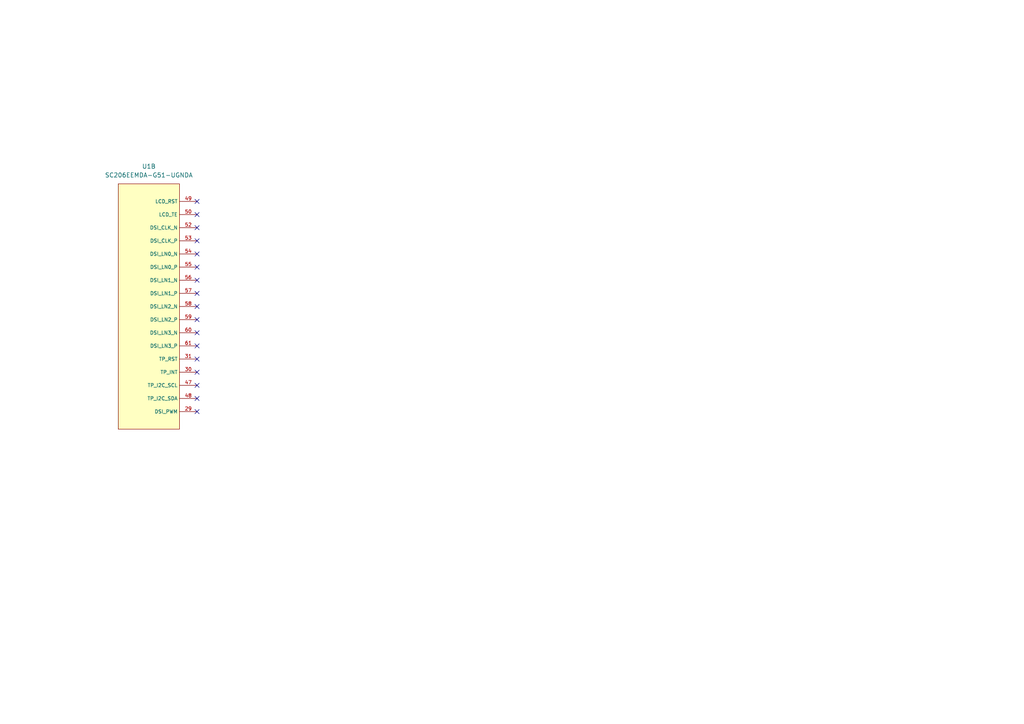
<source format=kicad_sch>
(kicad_sch (version 20250114) (generator "eeschema") (generator_version "9.0")
  (paper "A4")
  (title_block (title "Display") (date "2025-10-12") (rev "1.0") (company "Author: Mehmet Cihangir") (comment 1 "CamTracker"))
  (lib_symbols
    (symbol "000MCLib:SC200E"
      (property "Reference" "U" (at -34.544 72.644 0))
      (property "Value" "SC200E/SC206E" (at 39.116 -77.089 0))
      (symbol "SC200E_1_0"
        (unit_name "Power")
        (pin passive line (at -40.64 64.77 0) (length 5.08) (name "GND") (number "3"))
        (pin passive line (at -40.64 62.23 0) (length 5.08) (name "GND") (number "7"))
        (pin passive line (at -40.64 59.69 0) (length 5.08) (name "GND") (number "12"))
        (pin passive line (at -40.64 57.15 0) (length 5.08) (name "GND") (number "15"))
        (pin passive line (at -40.64 54.61 0) (length 5.08) (name "GND") (number "27"))
        (pin passive line (at -40.64 52.07 0) (length 5.08) (name "GND") (number "51"))
        (pin passive line (at -40.64 49.53 0) (length 5.08) (name "GND") (number "62"))
        (pin passive line (at -40.64 46.99 0) (length 5.08) (name "GND") (number "69"))
        (pin passive line (at -40.64 44.45 0) (length 5.08) (name "GND") (number "76"))
        (pin passive line (at -40.64 41.91 0) (length 5.08) (name "GND") (number "78"))
        (pin passive line (at -40.64 39.37 0) (length 5.08) (name "GND") (number "85"))
        (pin passive line (at -40.64 36.83 0) (length 5.08) (name "GND") (number "86"))
        (pin passive line (at -40.64 34.29 0) (length 5.08) (name "GND") (number "88"))
        (pin passive line (at -40.64 31.75 0) (length 5.08) (name "GND") (number "89"))
        (pin passive line (at -40.64 29.21 0) (length 5.08) (name "GND") (number "120"))
        (pin passive line (at -40.64 26.67 0) (length 5.08) (name "GND") (number "122"))
        (pin passive line (at -40.64 24.13 0) (length 5.08) (name "GND") (number "130"))
        (pin passive line (at -40.64 21.59 0) (length 5.08) (name "GND") (number "132"))
        (pin passive line (at -40.64 19.05 0) (length 5.08) (name "GND") (number "135"))
        (pin passive line (at -40.64 16.51 0) (length 5.08) (name "GND") (number "140"))
        (pin passive line (at -40.64 13.97 0) (length 5.08) (name "GND") (number "143"))
        (pin passive line (at -40.64 11.43 0) (length 5.08) (name "GND") (number "144"))
        (pin passive line (at -40.64 8.89 0) (length 5.08) (name "GND") (number "162"))
        (pin passive line (at -40.64 6.35 0) (length 5.08) (name "GND") (number "171"))
        (pin passive line (at -40.64 3.81 0) (length 5.08) (name "GND") (number "172"))
        (pin passive line (at -40.64 1.27 0) (length 5.08) (name "GND") (number "176"))
        (pin passive line (at -40.64 -1.27 0) (length 5.08) (name "GND") (number "187"))
        (pin passive line (at -40.64 -3.81 0) (length 5.08) (name "GND") (number "188"))
        (pin passive line (at -40.64 -6.35 0) (length 5.08) (name "GND") (number "189"))
        (pin passive line (at -40.64 -8.89 0) (length 5.08) (name "GND") (number "190"))
        (pin passive line (at -40.64 -11.43 0) (length 5.08) (name "GND") (number "191"))
        (pin passive line (at -40.64 -13.97 0) (length 5.08) (name "GND") (number "202"))
        (pin passive line (at -40.64 -16.51 0) (length 5.08) (name "GND") (number "203"))
        (pin passive line (at -40.64 -19.05 0) (length 5.08) (name "GND") (number "204"))
        (pin passive line (at -40.64 -21.59 0) (length 5.08) (name "GND") (number "206"))
        (pin passive line (at -40.64 -24.13 0) (length 5.08) (name "GND") (number "207"))
        (pin passive line (at -40.64 -26.67 0) (length 5.08) (name "GND") (number "208"))
        (pin passive line (at -40.64 -29.21 0) (length 5.08) (name "GND") (number "209"))
        (pin passive line (at -40.64 -31.75 0) (length 5.08) (name "GND") (number "210"))
        (pin passive line (at -40.64 -34.29 0) (length 5.08) (name "GND") (number "211"))
        (pin passive line (at -40.64 -36.83 0) (length 5.08) (name "GND") (number "212"))
        (pin passive line (at -40.64 -39.37 0) (length 5.08) (name "GND") (number "213"))
        (pin passive line (at -40.64 -41.91 0) (length 5.08) (name "GND") (number "214"))
        (pin passive line (at -40.64 -44.45 0) (length 5.08) (name "GND") (number "215"))
        (pin passive line (at -40.64 -46.99 0) (length 5.08) (name "GND") (number "216"))
        (pin passive line (at -40.64 -49.53 0) (length 5.08) (name "GND") (number "217"))
        (pin passive line (at -40.64 -52.07 0) (length 5.08) (name "GND") (number "218"))
        (pin passive line (at -40.64 -54.61 0) (length 5.08) (name "GND") (number "219"))
        (pin passive line (at -40.64 -57.15 0) (length 5.08) (name "GND") (number "220"))
        (pin passive line (at -40.64 -59.69 0) (length 5.08) (name "GND") (number "221"))
        (pin passive line (at -40.64 -62.23 0) (length 5.08) (name "GND") (number "222"))
        (pin passive line (at -40.64 -64.77 0) (length 5.08) (name "GND") (number "223"))
        (pin passive line (at -40.64 -67.31 0) (length 5.08) (name "GND") (number "224"))
        (pin passive line (at -25.4 -76.2 90) (length 5.08) (name "RESERVED") (number "16"))
        (pin passive line (at -21.59 -76.2 90) (length 5.08) (name "RESERVED") (number "167"))
        (pin passive line (at -17.78 -76.2 90) (length 5.08) (name "RESERVED") (number "168"))
        (pin passive line (at -13.97 -76.2 90) (length 5.08) (name "RESERVED") (number "169"))
        (pin passive line (at -10.16 -76.2 90) (length 5.08) (name "RESERVED") (number "170"))
        (pin passive line (at -6.35 -76.2 90) (length 5.08) (name "RESERVED") (number "174"))
        (pin passive line (at -2.54 -76.2 90) (length 5.08) (name "RESERVED") (number "175"))
        (pin passive line (at 1.27 -76.2 90) (length 5.08) (name "RESERVED") (number "178"))
        (pin passive line (at 5.08 -76.2 90) (length 5.08) (name "RESERVED") (number "179"))
        (pin passive line (at 8.89 -76.2 90) (length 5.08) (name "RESERVED") (number "193"))
        (pin passive line (at 12.7 -76.2 90) (length 5.08) (name "RESERVED") (number "232"))
        (pin passive line (at 16.51 -76.2 90) (length 5.08) (name "RESERVED") (number "242"))
        (pin passive line (at 20.32 -76.2 90) (length 5.08) (name "RESERVED") (number "257"))
        (pin passive line (at 24.13 -76.2 90) (length 5.08) (name "RESERVED") (number "263"))
        (pin power_in line (at 39.37 64.77 180) (length 5.08) (name "VBAT") (number "1"))
        (pin power_in line (at 39.37 62.23 180) (length 5.08) (name "VBAT") (number "2"))
        (pin power_in line (at 39.37 59.69 180) (length 5.08) (name "VBAT") (number "145"))
        (pin power_in line (at 39.37 57.15 180) (length 5.08) (name "VBAT") (number "146"))
        (pin power_out line (at 39.37 52.07 180) (length 5.08) (name "LDO15A_1V8") (number "111"))
        (pin power_out line (at 39.37 49.53 180) (length 5.08) (name "LDO_IOVDD") (number "125"))
        (pin power_in line (at 39.37 46.99 180) (length 5.08) (name "VRTC") (number "126"))
        (pin power_out line (at 39.37 44.45 180) (length 5.08) (name "VDD_2V8") (number "129"))
        (pin power_out line (at 39.37 41.91 180) (length 5.08) (name "LDO17A_3V0") (number "156"))
        (pin power_out line (at 39.37 39.37 180) (length 5.08) (name "VPH_PWR") (number "184"))
        (pin passive line (at 39.37 34.29 180) (length 5.08) (name "BAT_P") (number "133"))
        (pin input line (at 39.37 31.75 180) (length 5.08) (name "BATH_THERM") (number "134"))
        (pin passive line (at 39.37 29.21 180) (length 5.08) (name "BAT_M") (number "183"))
        (pin input line (at 39.37 26.67 180) (length 5.08) (name "BAT_ID") (number "185"))
        (pin passive line (at 39.37 21.59 180) (length 5.08) (name "CBL_PWR_N") (number "186"))
        (pin passive line (at 39.37 15.24 180) (length 5.08) (name "GND") (number "274"))
        (pin passive line (at 39.37 12.7 180) (length 5.08) (name "GND") (number "273"))
        (pin passive line (at 39.37 10.16 180) (length 5.08) (name "GND") (number "272"))
        (pin passive line (at 39.37 7.62 180) (length 5.08) (name "GND") (number "271"))
        (pin passive line (at 39.37 5.08 180) (length 5.08) (name "GND") (number "269"))
        (pin passive line (at 39.37 2.54 180) (length 5.08) (name "GND") (number "268"))
        (pin passive line (at 39.37 0 180) (length 5.08) (name "GND") (number "266"))
        (pin passive line (at 39.37 -2.54 180) (length 5.08) (name "GND") (number "261"))
        (pin passive line (at 39.37 -5.08 180) (length 5.08) (name "GND") (number "259"))
        (pin passive line (at 39.37 -7.62 180) (length 5.08) (name "GND") (number "258"))
        (pin passive line (at 39.37 -10.16 180) (length 5.08) (name "GND") (number "256"))
        (pin passive line (at 39.37 -12.7 180) (length 5.08) (name "GND") (number "255"))
        (pin passive line (at 39.37 -15.24 180) (length 5.08) (name "GND") (number "251"))
        (pin passive line (at 39.37 -17.78 180) (length 5.08) (name "GND") (number "250"))
        (pin passive line (at 39.37 -20.32 180) (length 5.08) (name "GND") (number "248"))
        (pin passive line (at 39.37 -22.86 180) (length 5.08) (name "GND") (number "247"))
        (pin passive line (at 39.37 -25.4 180) (length 5.08) (name "GND") (number "245"))
        (pin passive line (at 39.37 -27.94 180) (length 5.08) (name "GND") (number "244"))
        (pin passive line (at 39.37 -30.48 180) (length 5.08) (name "GND") (number "243"))
        (pin passive line (at 39.37 -33.02 180) (length 5.08) (name "GND") (number "241"))
        (pin passive line (at 39.37 -35.56 180) (length 5.08) (name "GND") (number "240"))
        (pin passive line (at 39.37 -38.1 180) (length 5.08) (name "GND") (number "238"))
        (pin passive line (at 39.37 -40.64 180) (length 5.08) (name "GND") (number "237"))
        (pin passive line (at 39.37 -43.18 180) (length 5.08) (name "GND") (number "236"))
        (pin passive line (at 39.37 -45.72 180) (length 5.08) (name "GND") (number "235"))
        (pin passive line (at 39.37 -48.26 180) (length 5.08) (name "GND") (number "234"))
        (pin passive line (at 39.37 -50.8 180) (length 5.08) (name "GND") (number "233"))
        (pin passive line (at 39.37 -53.34 180) (length 5.08) (name "GND") (number "231"))
        (pin passive line (at 39.37 -55.88 180) (length 5.08) (name "GND") (number "230"))
        (pin passive line (at 39.37 -58.42 180) (length 5.08) (name "GND") (number "229"))
        (pin passive line (at 39.37 -60.96 180) (length 5.08) (name "GND") (number "228"))
        (pin passive line (at 39.37 -63.5 180) (length 5.08) (name "GND") (number "227"))
        (pin passive line (at 39.37 -66.04 180) (length 5.08) (name "GND") (number "226"))
      )
      (symbol "SC200E_1_1"
        (unit_name "Power")
        (rectangle (start -35.56 69.85) (end 34.29 -71.12) (fill (type background)))
      )
      (symbol "SC200E_2_1"
        (unit_name "Display")
        (rectangle (start -10.16 36.83) (end 7.62 -34.29) (fill (type background)))
        (pin passive line (at 12.7 31.75 180) (length 5.08) (name "LCD_RST") (number "49"))
        (pin passive line (at 12.7 27.94 180) (length 5.08) (name "LCD_TE") (number "50"))
        (pin passive line (at 12.7 24.13 180) (length 5.08) (name "DSI_CLK_N") (number "52"))
        (pin passive line (at 12.7 20.32 180) (length 5.08) (name "DSI_CLK_P") (number "53"))
        (pin passive line (at 12.7 16.51 180) (length 5.08) (name "DSI_LN0_N") (number "54"))
        (pin passive line (at 12.7 12.7 180) (length 5.08) (name "DSI_LN0_P") (number "55"))
        (pin passive line (at 12.7 8.89 180) (length 5.08) (name "DSI_LN1_N") (number "56"))
        (pin passive line (at 12.7 5.08 180) (length 5.08) (name "DSI_LN1_P") (number "57"))
        (pin passive line (at 12.7 1.27 180) (length 5.08) (name "DSI_LN2_N") (number "58"))
        (pin passive line (at 12.7 -2.54 180) (length 5.08) (name "DSI_LN2_P") (number "59"))
        (pin passive line (at 12.7 -6.35 180) (length 5.08) (name "DSI_LN3_N") (number "60"))
        (pin passive line (at 12.7 -10.16 180) (length 5.08) (name "DSI_LN3_P") (number "61"))
        (pin passive line (at 12.7 -13.97 180) (length 5.08) (name "TP_RST") (number "31"))
        (pin passive line (at 12.7 -17.78 180) (length 5.08) (name "TP_INT") (number "30"))
        (pin passive line (at 12.7 -21.59 180) (length 5.08) (name "TP_I2C_SCL") (number "47"))
        (pin passive line (at 12.7 -25.4 180) (length 5.08) (name "TP_I2C_SDA") (number "48"))
        (pin passive line (at 12.7 -29.21 180) (length 5.08) (name "DSI_PWM") (number "29"))
      )
      (symbol "SC200E_3_0"
        (unit_name "Cameras")
        (pin passive line (at 16.51 69.85 180) (length 5.08) (name "CSI0_CLK_N") (number "157"))
        (pin passive line (at 16.51 66.04 180) (length 5.08) (name "CSI0_CLK_P") (number "196"))
        (pin passive line (at 16.51 59.69 180) (length 5.08) (name "CSI0_LN0_N") (number "158"))
        (pin passive line (at 16.51 55.88 180) (length 5.08) (name "CSI0_LN0_P") (number "197"))
        (pin passive line (at 16.51 49.53 180) (length 5.08) (name "CSI0_LN1_N") (number "159"))
        (pin passive line (at 16.51 45.72 180) (length 5.08) (name "CSI0_LN1_P") (number "198"))
        (pin passive line (at 16.51 39.37 180) (length 5.08) (name "CSI0_LN2_N") (number "160"))
        (pin passive line (at 16.51 35.56 180) (length 5.08) (name "CSI0_LN2_P") (number "199"))
        (pin passive line (at 16.51 29.21 180) (length 5.08) (name "CSI0_LN3_N") (number "161"))
        (pin passive line (at 16.51 25.4 180) (length 5.08) (name "CSI0_LN3_P") (number "200"))
        (pin passive line (at 16.51 19.05 180) (length 5.08) (name "CAM0_I2C_SCL") (number "83"))
        (pin passive line (at 16.51 15.24 180) (length 5.08) (name "CAM0_I2C_SDA") (number "84"))
        (pin passive line (at 16.51 11.43 180) (length 5.08) (name "CAM0_PWDN") (number "80"))
        (pin passive line (at 16.51 7.62 180) (length 5.08) (name "CAM0_MCLK") (number "74"))
        (pin passive line (at 16.51 3.81 180) (length 5.08) (name "CAM0_RST") (number "79"))
        (pin passive line (at 16.51 -5.08 180) (length 5.08) (name "CSI1_CLK_N") (number "63"))
        (pin passive line (at 16.51 -8.89 180) (length 5.08) (name "CSI1_CLK_P") (number "64"))
        (pin passive line (at 16.51 -15.24 180) (length 5.08) (name "CSI1_LN0_N") (number "65"))
        (pin passive line (at 16.51 -19.05 180) (length 5.08) (name "CSI1_LN0_P") (number "66"))
        (pin passive line (at 16.51 -25.4 180) (length 5.08) (name "CSI1_LN1_N") (number "67"))
        (pin passive line (at 16.51 -29.21 180) (length 5.08) (name "CSI1_LN1_P") (number "68"))
        (pin passive line (at 16.51 -35.56 180) (length 5.08) (name "CSI1_LN2_N") (number "72"))
        (pin passive line (at 16.51 -39.37 180) (length 5.08) (name "CSI1_LN2_P") (number "73"))
        (pin passive line (at 16.51 -45.72 180) (length 5.08) (name "CSI1_LN3_N") (number "70"))
        (pin passive line (at 16.51 -49.53 180) (length 5.08) (name "CSI1_LN3_P") (number "71"))
        (pin passive line (at 16.51 -55.88 180) (length 5.08) (name "CAM1_I2C_SCL") (number "166"))
        (pin passive line (at 16.51 -59.69 180) (length 5.08) (name "CAM1_I2C_SDA") (number "205"))
        (pin passive line (at 16.51 -63.5 180) (length 5.08) (name "CAM1_PWDN") (number "82"))
        (pin passive line (at 16.51 -67.31 180) (length 5.08) (name "CAM1_MCLK") (number "75"))
        (pin passive line (at 16.51 -71.12 180) (length 5.08) (name "CAM1_RST") (number "81"))
        (pin passive line (at 16.51 -80.01 180) (length 5.08) (name "CAM2_PWDN") (number "163"))
        (pin passive line (at 16.51 -83.82 180) (length 5.08) (name "CAM2_RST") (number "164"))
        (pin passive line (at 16.51 -87.63 180) (length 5.08) (name "CAM2_MCLK") (number "165"))
      )
      (symbol "SC200E_3_1"
        (unit_name "Cameras")
        (rectangle (start -13.97 74.295) (end 11.43 -92.71) (fill (type background)))
      )
      (symbol "SC200E_4_0"
        (unit_name "Interfaces")
        (pin passive line (at 15.24 86.36 180) (length 5.08) (name "FLASH_LED") (number "180"))
        (pin passive line (at 15.24 82.55 180) (length 5.08) (name "CHG_LED") (number "195"))
        (pin passive line (at 15.24 77.47 180) (length 5.08) (name "VOL_UP") (number "95"))
        (pin passive line (at 15.24 73.66 180) (length 5.08) (name "VOL_DOWN") (number "96"))
        (pin passive line (at 15.24 69.85 180) (length 5.08) (name "PWRKEY") (number "114"))
        (pin passive line (at 15.24 66.04 180) (length 5.08) (name "RESET_N") (number "225"))
      )
      (symbol "SC200E_4_1"
        (unit_name "Interfaces")
        (rectangle (start -22.86 90.17) (end 10.16 -88.9) (fill (type background)))
        (rectangle (start -22.86 80.01) (end 10.16 63.5))
        (rectangle (start 10.16 63.5) (end -22.86 54.61))
        (rectangle (start 10.16 54.61) (end -22.86 49.53))
        (rectangle (start 10.16 49.53) (end -22.86 44.45))
        (text "ADC" (at -20.574 53.086 0) (effects (font (size 1.27 1.27))))
        (text "Sensor " (at -18.796 62.23 0) (effects (font (size 1.27 1.27))))
        (text "Keypad " (at -18.542 78.486 0) (effects (font (size 1.27 1.27))))
        (text "GPIO/SPI/I2C" (at -15.748 42.418 0) (effects (font (size 1.27 1.27))))
        (text "Vibration Driver" (at -14.986 48.006 0) (effects (font (size 1.27 1.27))))
        (text "Flash & Indication " (at -13.208 88.9 0) (effects (font (size 1.27 1.27))))
        (pin passive line (at 15.24 60.96 180) (length 5.08) (name "SENSOR_I2C_SCL") (number "91"))
        (pin passive line (at 15.24 57.15 180) (length 5.08) (name "SENSOR_I2C_SDA") (number "92"))
        (pin passive line (at 15.24 52.07 180) (length 5.08) (name "ADC") (number "128"))
        (pin passive line (at 15.24 46.99 180) (length 5.08) (name "VIB_DRV_P") (number "28"))
        (pin passive line (at 15.24 41.91 180) (length 5.08) (name "GPIO_28") (number "33"))
        (pin passive line (at 15.24 38.1 180) (length 5.08) (name "GPIO_31") (number "97"))
        (pin passive line (at 15.24 34.29 180) (length 5.08) (name "GPIO_32") (number "99"))
        (pin passive line (at 15.24 30.48 180) (length 5.08) (name "GPIO_33") (number "108"))
        (pin passive line (at 15.24 26.67 180) (length 5.08) (name "GPIO_34") (number "109"))
        (pin passive line (at 15.24 22.86 180) (length 5.08) (name "GPIO_35") (number "107"))
        (pin passive line (at 15.24 19.05 180) (length 5.08) (name "GPIO_36") (number "110"))
        (pin passive line (at 15.24 15.24 180) (length 5.08) (name "GPIO_55") (number "100"))
        (pin passive line (at 15.24 11.43 180) (length 5.08) (name "GPIO_56") (number "106"))
        (pin passive line (at 15.24 7.62 180) (length 5.08) (name "GPIO_57") (number "112"))
        (pin passive line (at 15.24 3.81 180) (length 5.08) (name "GPIO_58") (number "113"))
        (pin passive line (at 15.24 0 180) (length 5.08) (name "GPIO_60") (number "123"))
        (pin passive line (at 15.24 -3.81 180) (length 5.08) (name "GPIO_86") (number "182"))
        (pin passive line (at 15.24 -7.62 180) (length 5.08) (name "GPIO_112") (number "177"))
        (pin passive line (at 15.24 -11.43 180) (length 5.08) (name "GPIO_111") (number "267"))
        (pin passive line (at 15.24 -15.24 180) (length 5.08) (name "GPIO_98") (number "265"))
        (pin passive line (at 15.24 -19.05 180) (length 5.08) (name "GPIO_99") (number "105"))
        (pin passive line (at 15.24 -22.86 180) (length 5.08) (name "REAR_CAM_EN/GPIO_100") (number "264"))
        (pin passive line (at 15.24 -26.67 180) (length 5.08) (name "FRONT_CAM_EN/GPIO_101") (number "239"))
        (pin passive line (at 15.24 -30.48 180) (length 5.08) (name "GPIO_102") (number "104"))
        (pin passive line (at 15.24 -34.29 180) (length 5.08) (name "GPIO_103") (number "103"))
        (pin passive line (at 15.24 -38.1 180) (length 5.08) (name "GPIO_104") (number "101"))
        (pin passive line (at 15.24 -41.91 180) (length 5.08) (name "GPIO_105") (number "102"))
        (pin passive line (at 15.24 -45.72 180) (length 5.08) (name "GPIO_106") (number "90"))
        (pin passive line (at 15.24 -49.53 180) (length 5.08) (name "GPIO_107") (number "98"))
        (pin passive line (at 15.24 -53.34 180) (length 5.08) (name "SPI_MISO/GPIO_14") (number "118"))
        (pin passive line (at 15.24 -57.15 180) (length 5.08) (name "SPI_MOSI/GPIO_15") (number "119"))
        (pin passive line (at 15.24 -60.96 180) (length 5.08) (name "SPI_CLK/GPIO_16") (number "116"))
        (pin passive line (at 15.24 -64.77 180) (length 5.08) (name "SPI_CS_N/GPIO_17") (number "117"))
        (pin passive line (at 15.24 -68.58 180) (length 5.08) (name "PMU_GPIO03") (number "124"))
        (pin passive line (at 15.24 -72.39 180) (length 5.08) (name "PMU_GPIO04") (number "115"))
        (pin passive line (at 15.24 -76.2 180) (length 5.08) (name "PMU_GPIO08") (number "127"))
        (pin passive line (at 15.24 -80.01 180) (length 5.08) (name "PMU_GPIO07") (number "201"))
        (pin passive line (at 15.24 -83.82 180) (length 5.08) (name "NFC_CLK") (number "181"))
      )
      (symbol "SC200E_5_1"
        (unit_name "USB_UARTs")
        (rectangle (start -11.43 50.8) (end 10.16 -49.53) (fill (type background)))
        (pin passive line (at 15.24 48.26 180) (length 5.08) (name "USB_BOOT") (number "46"))
        (pin passive line (at 15.24 44.45 180) (length 5.08) (name "USB_VBUS") (number "141"))
        (pin passive line (at 15.24 40.64 180) (length 5.08) (name "USB_VBUS") (number "142"))
        (pin passive line (at 15.24 36.83 180) (length 5.08) (name "USB_CC1") (number "249"))
        (pin passive line (at 15.24 33.02 180) (length 5.08) (name "USB_CC2") (number "246"))
        (pin passive line (at 15.24 29.21 180) (length 5.08) (name "USB_DM") (number "13"))
        (pin passive line (at 15.24 25.4 180) (length 5.08) (name "USB_DP") (number "14"))
        (pin passive line (at 15.24 21.59 180) (length 5.08) (name "USB_SS1_RX_P") (number "252"))
        (pin passive line (at 15.24 17.78 180) (length 5.08) (name "USB_SS1_RX_M") (number "270"))
        (pin passive line (at 15.24 13.97 180) (length 5.08) (name "USB_SS1_TX_P") (number "254"))
        (pin passive line (at 15.24 10.16 180) (length 5.08) (name "USB_SS1_TX_M") (number "253"))
        (pin passive line (at 15.24 6.35 180) (length 5.08) (name "USB_SS2_RX_P") (number "152"))
        (pin passive line (at 15.24 2.54 180) (length 5.08) (name "USB_SS2_RX_M") (number "192"))
        (pin passive line (at 15.24 -1.27 180) (length 5.08) (name "USB_SS2_TX_P") (number "150"))
        (pin passive line (at 15.24 -5.08 180) (length 5.08) (name "USB_SS2_TX_M") (number "151"))
        (pin passive line (at 15.24 -12.7 180) (length 5.08) (name "UART0_TXD/GPIO_2") (number "34"))
        (pin passive line (at 15.24 -15.24 180) (length 5.08) (name "UART0_RXD/GPIO_3") (number "35"))
        (pin passive line (at 15.24 -17.78 180) (length 5.08) (name "UART0_CTS/I2C_SDA") (number "36"))
        (pin passive line (at 15.24 -20.32 180) (length 5.08) (name "UART0_RTS/I2C_SCL") (number "37"))
        (pin passive line (at 15.24 -33.02 180) (length 5.08) (name "UART1_TXD") (number "154"))
        (pin passive line (at 15.24 -35.56 180) (length 5.08) (name "UART1_RXD") (number "153"))
        (pin passive line (at 15.24 -44.45 180) (length 5.08) (name "DBG_UART4_TXD") (number "94"))
        (pin passive line (at 15.24 -46.99 180) (length 5.08) (name "DBG_UART4_RXD") (number "93"))
      )
      (symbol "SC200E_6_1"
        (unit_name "SIM_SD_Cards")
        (rectangle (start -10.16 43.18) (end 10.16 -56.515) (fill (type background)))
        (pin passive line (at 15.24 39.37 180) (length 5.08) (name "USIM1_DET") (number "22"))
        (pin passive line (at 15.24 34.29 180) (length 5.08) (name "USIM1_RST") (number "23"))
        (pin passive line (at 15.24 29.21 180) (length 5.08) (name "USIM1_CLK") (number "24"))
        (pin passive line (at 15.24 24.13 180) (length 5.08) (name "USIM1_DATA") (number "25"))
        (pin passive line (at 15.24 19.05 180) (length 5.08) (name "USIM1_VDD") (number "26"))
        (pin passive line (at 15.24 11.43 180) (length 5.08) (name "USIM2_DET") (number "17"))
        (pin passive line (at 15.24 6.35 180) (length 5.08) (name "USIM2_RST") (number "18"))
        (pin passive line (at 15.24 1.27 180) (length 5.08) (name "USIM2_CLK") (number "19"))
        (pin passive line (at 15.24 -3.81 180) (length 5.08) (name "USIM2_DATA") (number "20"))
        (pin passive line (at 15.24 -8.89 180) (length 5.08) (name "USIM2_VDD") (number "21"))
        (pin power_out line (at 15.24 -21.59 180) (length 5.08) (name "SD_LDO4") (number "32"))
        (pin power_out line (at 15.24 -25.4 180) (length 5.08) (name "SD_LDO21") (number "38"))
        (pin passive line (at 15.24 -29.21 180) (length 5.08) (name "SD_CLK") (number "39"))
        (pin passive line (at 15.24 -33.02 180) (length 5.08) (name "SD_CMD") (number "40"))
        (pin passive line (at 15.24 -36.83 180) (length 5.08) (name "SD_DATA0") (number "41"))
        (pin passive line (at 15.24 -40.64 180) (length 5.08) (name "SD_DATA1") (number "42"))
        (pin passive line (at 15.24 -44.45 180) (length 5.08) (name "SD_DATA2") (number "43"))
        (pin passive line (at 15.24 -48.26 180) (length 5.08) (name "SD_DATA3") (number "44"))
        (pin passive line (at 15.24 -52.07 180) (length 5.08) (name "SD_DET") (number "45"))
      )
      (symbol "SC200E_7_1"
        (unit_name "Antennas")
        (rectangle (start -8.89 19.05) (end 8.89 -17.78) (fill (type background)))
        (pin passive line (at 13.97 13.97 180) (length 5.08) (name "ANT_MAIN") (number "87"))
        (pin passive line (at 13.97 10.16 180) (length 5.08) (name "ANT_GNSS") (number "121"))
        (pin passive line (at 13.97 6.35 180) (length 5.08) (name "ANT_DRX") (number "131"))
        (pin passive line (at 13.97 2.54 180) (length 5.08) (name "ANT_WIFI/BT") (number "77"))
        (pin passive line (at 13.97 -1.27 180) (length 5.08) (name "GRFC_13") (number "173"))
        (pin passive line (at 13.97 -5.08 180) (length 5.08) (name "GRFC_14") (number "260"))
        (pin passive line (at 13.97 -8.89 180) (length 5.08) (name "GRFC_15") (number "262"))
        (pin passive line (at 13.97 -12.7 180) (length 5.08) (name "GNSS_LNA_EN") (number "194"))
      )
      (symbol "SC200E_8_1"
        (unit_name "Audio")
        (rectangle (start -8.89 31.75) (end 8.89 -31.75) (fill (type background)))
        (pin passive line (at 13.97 26.67 180) (length 5.08) (name "MIC_BIAS1") (number "147"))
        (pin passive line (at 13.97 22.86 180) (length 5.08) (name "MIC1_P") (number "4"))
        (pin passive line (at 13.97 19.05 180) (length 5.08) (name "MIC1_M") (number "5"))
        (pin passive line (at 13.97 15.24 180) (length 5.08) (name "MIC2_P") (number "6"))
        (pin passive line (at 13.97 11.43 180) (length 5.08) (name "MIC3_P") (number "148"))
        (pin passive line (at 13.97 7.62 180) (length 5.08) (name "MIC3_M") (number "149"))
        (pin passive line (at 13.97 3.81 180) (length 5.08) (name "MIC_BIAS3") (number "155"))
        (pin passive line (at 13.97 0 180) (length 5.08) (name "EAR_P") (number "8"))
        (pin passive line (at 13.97 -3.81 180) (length 5.08) (name "EAR_M") (number "9"))
        (pin passive line (at 13.97 -7.62 180) (length 5.08) (name "LINEOUT_P") (number "10"))
        (pin passive line (at 13.97 -11.43 180) (length 5.08) (name "LINEOUT_M") (number "11"))
        (pin passive line (at 13.97 -15.24 180) (length 5.08) (name "HPH_R") (number "136"))
        (pin passive line (at 13.97 -19.05 180) (length 5.08) (name "HPH_GND") (number "137"))
        (pin passive line (at 13.97 -22.86 180) (length 5.08) (name "HPH_L") (number "138"))
        (pin passive line (at 13.97 -26.67 180) (length 5.08) (name "HS_DET") (number "139"))
      )
    )
  )
  (no_connect (at 57.15 111.76))
  (no_connect (at 57.15 96.52))
  (no_connect (at 57.15 81.28))
  (no_connect (at 57.15 62.23))
  (no_connect (at 57.15 58.42))
  (no_connect (at 57.15 100.33))
  (no_connect (at 57.15 85.09))
  (no_connect (at 57.15 104.14))
  (no_connect (at 57.15 107.95))
  (no_connect (at 57.15 115.57))
  (no_connect (at 57.15 119.38))
  (no_connect (at 57.15 66.04))
  (no_connect (at 57.15 69.85))
  (no_connect (at 57.15 92.71))
  (no_connect (at 57.15 88.9))
  (no_connect (at 57.15 77.47))
  (no_connect (at 57.15 73.66))
  (symbol (lib_id "000MCLib:SC200E") (at 44.45 90.17 0) (unit 2)
    (property "Reference" "U1" (at 43.18 48.26 0))
    (property "Value" "SC206EEMDA-G51-UGNDA" (at 43.18 50.8 0))
    (property "Footprint" "000MCLib:SC200E_SC206E" (effects (hide yes)))
    (property "Description" "SC200E/SC206E Smart Module" (effects (hide yes)))
    (property "Manufacturer" "Quectel" (effects (hide yes)))
    (property "Part Number" "SC200EEMNA-E53-UGNDA" (effects (hide yes)))
  )
)
</source>
